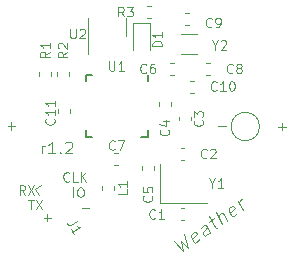
<source format=gbr>
G04 #@! TF.GenerationSoftware,KiCad,Pcbnew,5.1.0-unknown-567bdd9~82~ubuntu18.10.1*
G04 #@! TF.CreationDate,2019-04-01T09:59:20+02:00*
G04 #@! TF.ProjectId,weather,77656174-6865-4722-9e6b-696361645f70,1.2*
G04 #@! TF.SameCoordinates,Original*
G04 #@! TF.FileFunction,Legend,Top*
G04 #@! TF.FilePolarity,Positive*
%FSLAX46Y46*%
G04 Gerber Fmt 4.6, Leading zero omitted, Abs format (unit mm)*
G04 Created by KiCad (PCBNEW 5.1.0-unknown-567bdd9~82~ubuntu18.10.1) date 2019-04-01 09:59:20*
%MOMM*%
%LPD*%
G04 APERTURE LIST*
%ADD10C,0.100000*%
%ADD11C,0.120000*%
%ADD12C,0.150000*%
G04 APERTURE END LIST*
D10*
X103288095Y-78552380D02*
X103288095Y-77885714D01*
X103288095Y-78076190D02*
X103335714Y-77980952D01*
X103383333Y-77933333D01*
X103478571Y-77885714D01*
X103573809Y-77885714D01*
X104430952Y-78552380D02*
X103859523Y-78552380D01*
X104145238Y-78552380D02*
X104145238Y-77552380D01*
X104050000Y-77695238D01*
X103954761Y-77790476D01*
X103859523Y-77838095D01*
X104859523Y-78457142D02*
X104907142Y-78504761D01*
X104859523Y-78552380D01*
X104811904Y-78504761D01*
X104859523Y-78457142D01*
X104859523Y-78552380D01*
X105288095Y-77647619D02*
X105335714Y-77600000D01*
X105430952Y-77552380D01*
X105669047Y-77552380D01*
X105764285Y-77600000D01*
X105811904Y-77647619D01*
X105859523Y-77742857D01*
X105859523Y-77838095D01*
X105811904Y-77980952D01*
X105240476Y-78552380D01*
X105859523Y-78552380D01*
X103445238Y-84007142D02*
X104054761Y-84007142D01*
X103750000Y-84311904D02*
X103750000Y-83702380D01*
X106695238Y-83157142D02*
X107304761Y-83157142D01*
X102140476Y-82461904D02*
X102597619Y-82461904D01*
X102369047Y-83261904D02*
X102369047Y-82461904D01*
X102788095Y-82461904D02*
X103321428Y-83261904D01*
X103321428Y-82461904D02*
X102788095Y-83261904D01*
X101866666Y-82061904D02*
X101600000Y-81680952D01*
X101409523Y-82061904D02*
X101409523Y-81261904D01*
X101714285Y-81261904D01*
X101790476Y-81300000D01*
X101828571Y-81338095D01*
X101866666Y-81414285D01*
X101866666Y-81528571D01*
X101828571Y-81604761D01*
X101790476Y-81642857D01*
X101714285Y-81680952D01*
X101409523Y-81680952D01*
X102133333Y-81261904D02*
X102666666Y-82061904D01*
X102666666Y-81261904D02*
X102133333Y-82061904D01*
X105955952Y-82236904D02*
X105955952Y-81436904D01*
X106489285Y-81436904D02*
X106641666Y-81436904D01*
X106717857Y-81475000D01*
X106794047Y-81551190D01*
X106832142Y-81703571D01*
X106832142Y-81970238D01*
X106794047Y-82122619D01*
X106717857Y-82198809D01*
X106641666Y-82236904D01*
X106489285Y-82236904D01*
X106413095Y-82198809D01*
X106336904Y-82122619D01*
X106298809Y-81970238D01*
X106298809Y-81703571D01*
X106336904Y-81551190D01*
X106413095Y-81475000D01*
X106489285Y-81436904D01*
X105623809Y-80860714D02*
X105585714Y-80898809D01*
X105471428Y-80936904D01*
X105395238Y-80936904D01*
X105280952Y-80898809D01*
X105204761Y-80822619D01*
X105166666Y-80746428D01*
X105128571Y-80594047D01*
X105128571Y-80479761D01*
X105166666Y-80327380D01*
X105204761Y-80251190D01*
X105280952Y-80175000D01*
X105395238Y-80136904D01*
X105471428Y-80136904D01*
X105585714Y-80175000D01*
X105623809Y-80213095D01*
X106347619Y-80936904D02*
X105966666Y-80936904D01*
X105966666Y-80136904D01*
X106614285Y-80936904D02*
X106614285Y-80136904D01*
X107071428Y-80936904D02*
X106728571Y-80479761D01*
X107071428Y-80136904D02*
X106614285Y-80594047D01*
X114489683Y-85933138D02*
X115289146Y-86838278D01*
X115072510Y-85943590D01*
X115663615Y-86576071D01*
X115332240Y-85343174D01*
X116619673Y-85836874D02*
X116552980Y-85953331D01*
X116365745Y-86084435D01*
X116245203Y-86099080D01*
X116144545Y-86030045D01*
X115929148Y-85622800D01*
X115922107Y-85488212D01*
X115988800Y-85371755D01*
X116176034Y-85240652D01*
X116296576Y-85226006D01*
X116397234Y-85295042D01*
X116451084Y-85396853D01*
X116036846Y-85826422D01*
X117535963Y-85265040D02*
X117239791Y-84705077D01*
X117139133Y-84636042D01*
X117018591Y-84650688D01*
X116831356Y-84781791D01*
X116764663Y-84898248D01*
X117509038Y-85214134D02*
X117442345Y-85330591D01*
X117208302Y-85494470D01*
X117087760Y-85509116D01*
X116987102Y-85440081D01*
X116933252Y-85338269D01*
X116926211Y-85203682D01*
X116992904Y-85087225D01*
X117226948Y-84923346D01*
X117293640Y-84806889D01*
X117486678Y-84322930D02*
X117861147Y-84060723D01*
X117438631Y-83868263D02*
X117923275Y-84784565D01*
X118023934Y-84853600D01*
X118144476Y-84838954D01*
X118238093Y-84773403D01*
X118565754Y-84543972D02*
X118000335Y-83474953D01*
X118987032Y-84248990D02*
X118690860Y-83689028D01*
X118590202Y-83619992D01*
X118469660Y-83634638D01*
X118329234Y-83732965D01*
X118262541Y-83849423D01*
X118242657Y-83933104D01*
X119802664Y-83608120D02*
X119735971Y-83724577D01*
X119548736Y-83855680D01*
X119428194Y-83870326D01*
X119327536Y-83801291D01*
X119112138Y-83394045D01*
X119105098Y-83259458D01*
X119171790Y-83143001D01*
X119359025Y-83011898D01*
X119479567Y-82997252D01*
X119580225Y-83066287D01*
X119634075Y-83168099D01*
X119219837Y-83597668D01*
X120297675Y-83331268D02*
X119920729Y-82618588D01*
X120028428Y-82822211D02*
X120021387Y-82687624D01*
X120041271Y-82603942D01*
X120107964Y-82487485D01*
X120201581Y-82421934D01*
X123320238Y-76282142D02*
X123929761Y-76282142D01*
X123625000Y-76586904D02*
X123625000Y-75977380D01*
X100395238Y-76232142D02*
X101004761Y-76232142D01*
X100700000Y-76536904D02*
X100700000Y-75927380D01*
D11*
X107240000Y-70100000D02*
X107240000Y-67100000D01*
X110460000Y-68600000D02*
X110460000Y-67100000D01*
X121725000Y-76275000D02*
G75*
G03X121725000Y-76275000I-1200000J0D01*
G01*
X112512779Y-66090000D02*
X112187221Y-66090000D01*
X112512779Y-67110000D02*
X112187221Y-67110000D01*
X111015000Y-67515000D02*
X111015000Y-69800000D01*
X112485000Y-67515000D02*
X111015000Y-67515000D01*
X112485000Y-69800000D02*
X112485000Y-67515000D01*
X103015148Y-82085148D02*
X102697648Y-81535222D01*
X102697648Y-81535222D02*
X103247574Y-81217722D01*
X115837221Y-73410000D02*
X116162779Y-73410000D01*
X115837221Y-72390000D02*
X116162779Y-72390000D01*
X105660000Y-74837221D02*
X105660000Y-75162779D01*
X104640000Y-74837221D02*
X104640000Y-75162779D01*
X116425000Y-68425000D02*
X115075000Y-68425000D01*
X116425000Y-70175000D02*
X115075000Y-70175000D01*
X113300000Y-79450000D02*
X113300000Y-82750000D01*
X113300000Y-82750000D02*
X117300000Y-82750000D01*
X117562779Y-70890000D02*
X117237221Y-70890000D01*
X117562779Y-71910000D02*
X117237221Y-71910000D01*
X115762779Y-67660000D02*
X115437221Y-67660000D01*
X115762779Y-66640000D02*
X115437221Y-66640000D01*
X104085000Y-72012779D02*
X104085000Y-71687221D01*
X103065000Y-72012779D02*
X103065000Y-71687221D01*
X104565000Y-72012779D02*
X104565000Y-71687221D01*
X105585000Y-72012779D02*
X105585000Y-71687221D01*
X115037221Y-84210000D02*
X115362779Y-84210000D01*
X115037221Y-83190000D02*
X115362779Y-83190000D01*
X115362779Y-79110000D02*
X115037221Y-79110000D01*
X115362779Y-78090000D02*
X115037221Y-78090000D01*
X114890000Y-75762779D02*
X114890000Y-75437221D01*
X115910000Y-75762779D02*
X115910000Y-75437221D01*
X113190000Y-74237221D02*
X113190000Y-74562779D01*
X114210000Y-74237221D02*
X114210000Y-74562779D01*
X112810000Y-79637221D02*
X112810000Y-79962779D01*
X111790000Y-79637221D02*
X111790000Y-79962779D01*
X114137221Y-71910000D02*
X114462779Y-71910000D01*
X114137221Y-70890000D02*
X114462779Y-70890000D01*
X109437221Y-78490000D02*
X109762779Y-78490000D01*
X109437221Y-79510000D02*
X109762779Y-79510000D01*
X108370000Y-81662779D02*
X108370000Y-81337221D01*
X109390000Y-81662779D02*
X109390000Y-81337221D01*
D12*
X112250000Y-77125000D02*
X111725000Y-77125000D01*
X107000000Y-71875000D02*
X107525000Y-71875000D01*
X107000000Y-77125000D02*
X107525000Y-77125000D01*
X112250000Y-71875000D02*
X112250000Y-72400000D01*
X107000000Y-71875000D02*
X107000000Y-72400000D01*
X107000000Y-77125000D02*
X107000000Y-76600000D01*
X112250000Y-77125000D02*
X112250000Y-76600000D01*
D10*
X105690476Y-68011904D02*
X105690476Y-68659523D01*
X105728571Y-68735714D01*
X105766666Y-68773809D01*
X105842857Y-68811904D01*
X105995238Y-68811904D01*
X106071428Y-68773809D01*
X106109523Y-68735714D01*
X106147619Y-68659523D01*
X106147619Y-68011904D01*
X106490476Y-68088095D02*
X106528571Y-68050000D01*
X106604761Y-68011904D01*
X106795238Y-68011904D01*
X106871428Y-68050000D01*
X106909523Y-68088095D01*
X106947619Y-68164285D01*
X106947619Y-68240476D01*
X106909523Y-68354761D01*
X106452380Y-68811904D01*
X106947619Y-68811904D01*
X118245238Y-76257142D02*
X118854761Y-76257142D01*
X110241666Y-66961904D02*
X109975000Y-66580952D01*
X109784523Y-66961904D02*
X109784523Y-66161904D01*
X110089285Y-66161904D01*
X110165476Y-66200000D01*
X110203571Y-66238095D01*
X110241666Y-66314285D01*
X110241666Y-66428571D01*
X110203571Y-66504761D01*
X110165476Y-66542857D01*
X110089285Y-66580952D01*
X109784523Y-66580952D01*
X110508333Y-66161904D02*
X111003571Y-66161904D01*
X110736904Y-66466666D01*
X110851190Y-66466666D01*
X110927380Y-66504761D01*
X110965476Y-66542857D01*
X111003571Y-66619047D01*
X111003571Y-66809523D01*
X110965476Y-66885714D01*
X110927380Y-66923809D01*
X110851190Y-66961904D01*
X110622619Y-66961904D01*
X110546428Y-66923809D01*
X110508333Y-66885714D01*
X113461904Y-69490476D02*
X112661904Y-69490476D01*
X112661904Y-69300000D01*
X112700000Y-69185714D01*
X112776190Y-69109523D01*
X112852380Y-69071428D01*
X113004761Y-69033333D01*
X113119047Y-69033333D01*
X113271428Y-69071428D01*
X113347619Y-69109523D01*
X113423809Y-69185714D01*
X113461904Y-69300000D01*
X113461904Y-69490476D01*
X113461904Y-68271428D02*
X113461904Y-68728571D01*
X113461904Y-68500000D02*
X112661904Y-68500000D01*
X112776190Y-68576190D01*
X112852380Y-68652380D01*
X112890476Y-68728571D01*
X106271068Y-84300012D02*
X105776196Y-84585726D01*
X105658174Y-84609877D01*
X105554096Y-84581990D01*
X105463962Y-84502063D01*
X105425866Y-84436080D01*
X105978247Y-85392832D02*
X105749676Y-84996935D01*
X105863962Y-85194883D02*
X106556782Y-84794883D01*
X106419712Y-84786043D01*
X106315634Y-84758156D01*
X106244548Y-84711220D01*
X118085714Y-73185714D02*
X118047619Y-73223809D01*
X117933333Y-73261904D01*
X117857142Y-73261904D01*
X117742857Y-73223809D01*
X117666666Y-73147619D01*
X117628571Y-73071428D01*
X117590476Y-72919047D01*
X117590476Y-72804761D01*
X117628571Y-72652380D01*
X117666666Y-72576190D01*
X117742857Y-72500000D01*
X117857142Y-72461904D01*
X117933333Y-72461904D01*
X118047619Y-72500000D01*
X118085714Y-72538095D01*
X118847619Y-73261904D02*
X118390476Y-73261904D01*
X118619047Y-73261904D02*
X118619047Y-72461904D01*
X118542857Y-72576190D01*
X118466666Y-72652380D01*
X118390476Y-72690476D01*
X119342857Y-72461904D02*
X119419047Y-72461904D01*
X119495238Y-72500000D01*
X119533333Y-72538095D01*
X119571428Y-72614285D01*
X119609523Y-72766666D01*
X119609523Y-72957142D01*
X119571428Y-73109523D01*
X119533333Y-73185714D01*
X119495238Y-73223809D01*
X119419047Y-73261904D01*
X119342857Y-73261904D01*
X119266666Y-73223809D01*
X119228571Y-73185714D01*
X119190476Y-73109523D01*
X119152380Y-72957142D01*
X119152380Y-72766666D01*
X119190476Y-72614285D01*
X119228571Y-72538095D01*
X119266666Y-72500000D01*
X119342857Y-72461904D01*
X104310714Y-75614285D02*
X104348809Y-75652380D01*
X104386904Y-75766666D01*
X104386904Y-75842857D01*
X104348809Y-75957142D01*
X104272619Y-76033333D01*
X104196428Y-76071428D01*
X104044047Y-76109523D01*
X103929761Y-76109523D01*
X103777380Y-76071428D01*
X103701190Y-76033333D01*
X103625000Y-75957142D01*
X103586904Y-75842857D01*
X103586904Y-75766666D01*
X103625000Y-75652380D01*
X103663095Y-75614285D01*
X104386904Y-74852380D02*
X104386904Y-75309523D01*
X104386904Y-75080952D02*
X103586904Y-75080952D01*
X103701190Y-75157142D01*
X103777380Y-75233333D01*
X103815476Y-75309523D01*
X104386904Y-74090476D02*
X104386904Y-74547619D01*
X104386904Y-74319047D02*
X103586904Y-74319047D01*
X103701190Y-74395238D01*
X103777380Y-74471428D01*
X103815476Y-74547619D01*
X117969047Y-69380952D02*
X117969047Y-69761904D01*
X117702380Y-68961904D02*
X117969047Y-69380952D01*
X118235714Y-68961904D01*
X118464285Y-69038095D02*
X118502380Y-69000000D01*
X118578571Y-68961904D01*
X118769047Y-68961904D01*
X118845238Y-69000000D01*
X118883333Y-69038095D01*
X118921428Y-69114285D01*
X118921428Y-69190476D01*
X118883333Y-69304761D01*
X118426190Y-69761904D01*
X118921428Y-69761904D01*
X117719047Y-81080952D02*
X117719047Y-81461904D01*
X117452380Y-80661904D02*
X117719047Y-81080952D01*
X117985714Y-80661904D01*
X118671428Y-81461904D02*
X118214285Y-81461904D01*
X118442857Y-81461904D02*
X118442857Y-80661904D01*
X118366666Y-80776190D01*
X118290476Y-80852380D01*
X118214285Y-80890476D01*
X119466666Y-71685714D02*
X119428571Y-71723809D01*
X119314285Y-71761904D01*
X119238095Y-71761904D01*
X119123809Y-71723809D01*
X119047619Y-71647619D01*
X119009523Y-71571428D01*
X118971428Y-71419047D01*
X118971428Y-71304761D01*
X119009523Y-71152380D01*
X119047619Y-71076190D01*
X119123809Y-71000000D01*
X119238095Y-70961904D01*
X119314285Y-70961904D01*
X119428571Y-71000000D01*
X119466666Y-71038095D01*
X119923809Y-71304761D02*
X119847619Y-71266666D01*
X119809523Y-71228571D01*
X119771428Y-71152380D01*
X119771428Y-71114285D01*
X119809523Y-71038095D01*
X119847619Y-71000000D01*
X119923809Y-70961904D01*
X120076190Y-70961904D01*
X120152380Y-71000000D01*
X120190476Y-71038095D01*
X120228571Y-71114285D01*
X120228571Y-71152380D01*
X120190476Y-71228571D01*
X120152380Y-71266666D01*
X120076190Y-71304761D01*
X119923809Y-71304761D01*
X119847619Y-71342857D01*
X119809523Y-71380952D01*
X119771428Y-71457142D01*
X119771428Y-71609523D01*
X119809523Y-71685714D01*
X119847619Y-71723809D01*
X119923809Y-71761904D01*
X120076190Y-71761904D01*
X120152380Y-71723809D01*
X120190476Y-71685714D01*
X120228571Y-71609523D01*
X120228571Y-71457142D01*
X120190476Y-71380952D01*
X120152380Y-71342857D01*
X120076190Y-71304761D01*
X117666666Y-67785714D02*
X117628571Y-67823809D01*
X117514285Y-67861904D01*
X117438095Y-67861904D01*
X117323809Y-67823809D01*
X117247619Y-67747619D01*
X117209523Y-67671428D01*
X117171428Y-67519047D01*
X117171428Y-67404761D01*
X117209523Y-67252380D01*
X117247619Y-67176190D01*
X117323809Y-67100000D01*
X117438095Y-67061904D01*
X117514285Y-67061904D01*
X117628571Y-67100000D01*
X117666666Y-67138095D01*
X118047619Y-67861904D02*
X118200000Y-67861904D01*
X118276190Y-67823809D01*
X118314285Y-67785714D01*
X118390476Y-67671428D01*
X118428571Y-67519047D01*
X118428571Y-67214285D01*
X118390476Y-67138095D01*
X118352380Y-67100000D01*
X118276190Y-67061904D01*
X118123809Y-67061904D01*
X118047619Y-67100000D01*
X118009523Y-67138095D01*
X117971428Y-67214285D01*
X117971428Y-67404761D01*
X118009523Y-67480952D01*
X118047619Y-67519047D01*
X118123809Y-67557142D01*
X118276190Y-67557142D01*
X118352380Y-67519047D01*
X118390476Y-67480952D01*
X118428571Y-67404761D01*
X103961904Y-69933333D02*
X103580952Y-70200000D01*
X103961904Y-70390476D02*
X103161904Y-70390476D01*
X103161904Y-70085714D01*
X103200000Y-70009523D01*
X103238095Y-69971428D01*
X103314285Y-69933333D01*
X103428571Y-69933333D01*
X103504761Y-69971428D01*
X103542857Y-70009523D01*
X103580952Y-70085714D01*
X103580952Y-70390476D01*
X103961904Y-69171428D02*
X103961904Y-69628571D01*
X103961904Y-69400000D02*
X103161904Y-69400000D01*
X103276190Y-69476190D01*
X103352380Y-69552380D01*
X103390476Y-69628571D01*
X105461904Y-69958333D02*
X105080952Y-70225000D01*
X105461904Y-70415476D02*
X104661904Y-70415476D01*
X104661904Y-70110714D01*
X104700000Y-70034523D01*
X104738095Y-69996428D01*
X104814285Y-69958333D01*
X104928571Y-69958333D01*
X105004761Y-69996428D01*
X105042857Y-70034523D01*
X105080952Y-70110714D01*
X105080952Y-70415476D01*
X104738095Y-69653571D02*
X104700000Y-69615476D01*
X104661904Y-69539285D01*
X104661904Y-69348809D01*
X104700000Y-69272619D01*
X104738095Y-69234523D01*
X104814285Y-69196428D01*
X104890476Y-69196428D01*
X105004761Y-69234523D01*
X105461904Y-69691666D01*
X105461904Y-69196428D01*
X112891666Y-84010714D02*
X112853571Y-84048809D01*
X112739285Y-84086904D01*
X112663095Y-84086904D01*
X112548809Y-84048809D01*
X112472619Y-83972619D01*
X112434523Y-83896428D01*
X112396428Y-83744047D01*
X112396428Y-83629761D01*
X112434523Y-83477380D01*
X112472619Y-83401190D01*
X112548809Y-83325000D01*
X112663095Y-83286904D01*
X112739285Y-83286904D01*
X112853571Y-83325000D01*
X112891666Y-83363095D01*
X113653571Y-84086904D02*
X113196428Y-84086904D01*
X113425000Y-84086904D02*
X113425000Y-83286904D01*
X113348809Y-83401190D01*
X113272619Y-83477380D01*
X113196428Y-83515476D01*
X117266666Y-78885714D02*
X117228571Y-78923809D01*
X117114285Y-78961904D01*
X117038095Y-78961904D01*
X116923809Y-78923809D01*
X116847619Y-78847619D01*
X116809523Y-78771428D01*
X116771428Y-78619047D01*
X116771428Y-78504761D01*
X116809523Y-78352380D01*
X116847619Y-78276190D01*
X116923809Y-78200000D01*
X117038095Y-78161904D01*
X117114285Y-78161904D01*
X117228571Y-78200000D01*
X117266666Y-78238095D01*
X117571428Y-78238095D02*
X117609523Y-78200000D01*
X117685714Y-78161904D01*
X117876190Y-78161904D01*
X117952380Y-78200000D01*
X117990476Y-78238095D01*
X118028571Y-78314285D01*
X118028571Y-78390476D01*
X117990476Y-78504761D01*
X117533333Y-78961904D01*
X118028571Y-78961904D01*
X116885714Y-75733333D02*
X116923809Y-75771428D01*
X116961904Y-75885714D01*
X116961904Y-75961904D01*
X116923809Y-76076190D01*
X116847619Y-76152380D01*
X116771428Y-76190476D01*
X116619047Y-76228571D01*
X116504761Y-76228571D01*
X116352380Y-76190476D01*
X116276190Y-76152380D01*
X116200000Y-76076190D01*
X116161904Y-75961904D01*
X116161904Y-75885714D01*
X116200000Y-75771428D01*
X116238095Y-75733333D01*
X116161904Y-75466666D02*
X116161904Y-74971428D01*
X116466666Y-75238095D01*
X116466666Y-75123809D01*
X116504761Y-75047619D01*
X116542857Y-75009523D01*
X116619047Y-74971428D01*
X116809523Y-74971428D01*
X116885714Y-75009523D01*
X116923809Y-75047619D01*
X116961904Y-75123809D01*
X116961904Y-75352380D01*
X116923809Y-75428571D01*
X116885714Y-75466666D01*
X113985714Y-76533333D02*
X114023809Y-76571428D01*
X114061904Y-76685714D01*
X114061904Y-76761904D01*
X114023809Y-76876190D01*
X113947619Y-76952380D01*
X113871428Y-76990476D01*
X113719047Y-77028571D01*
X113604761Y-77028571D01*
X113452380Y-76990476D01*
X113376190Y-76952380D01*
X113300000Y-76876190D01*
X113261904Y-76761904D01*
X113261904Y-76685714D01*
X113300000Y-76571428D01*
X113338095Y-76533333D01*
X113528571Y-75847619D02*
X114061904Y-75847619D01*
X113223809Y-76038095D02*
X113795238Y-76228571D01*
X113795238Y-75733333D01*
X112585714Y-82133333D02*
X112623809Y-82171428D01*
X112661904Y-82285714D01*
X112661904Y-82361904D01*
X112623809Y-82476190D01*
X112547619Y-82552380D01*
X112471428Y-82590476D01*
X112319047Y-82628571D01*
X112204761Y-82628571D01*
X112052380Y-82590476D01*
X111976190Y-82552380D01*
X111900000Y-82476190D01*
X111861904Y-82361904D01*
X111861904Y-82285714D01*
X111900000Y-82171428D01*
X111938095Y-82133333D01*
X111861904Y-81409523D02*
X111861904Y-81790476D01*
X112242857Y-81828571D01*
X112204761Y-81790476D01*
X112166666Y-81714285D01*
X112166666Y-81523809D01*
X112204761Y-81447619D01*
X112242857Y-81409523D01*
X112319047Y-81371428D01*
X112509523Y-81371428D01*
X112585714Y-81409523D01*
X112623809Y-81447619D01*
X112661904Y-81523809D01*
X112661904Y-81714285D01*
X112623809Y-81790476D01*
X112585714Y-81828571D01*
X112116666Y-71685714D02*
X112078571Y-71723809D01*
X111964285Y-71761904D01*
X111888095Y-71761904D01*
X111773809Y-71723809D01*
X111697619Y-71647619D01*
X111659523Y-71571428D01*
X111621428Y-71419047D01*
X111621428Y-71304761D01*
X111659523Y-71152380D01*
X111697619Y-71076190D01*
X111773809Y-71000000D01*
X111888095Y-70961904D01*
X111964285Y-70961904D01*
X112078571Y-71000000D01*
X112116666Y-71038095D01*
X112802380Y-70961904D02*
X112650000Y-70961904D01*
X112573809Y-71000000D01*
X112535714Y-71038095D01*
X112459523Y-71152380D01*
X112421428Y-71304761D01*
X112421428Y-71609523D01*
X112459523Y-71685714D01*
X112497619Y-71723809D01*
X112573809Y-71761904D01*
X112726190Y-71761904D01*
X112802380Y-71723809D01*
X112840476Y-71685714D01*
X112878571Y-71609523D01*
X112878571Y-71419047D01*
X112840476Y-71342857D01*
X112802380Y-71304761D01*
X112726190Y-71266666D01*
X112573809Y-71266666D01*
X112497619Y-71304761D01*
X112459523Y-71342857D01*
X112421428Y-71419047D01*
X109466666Y-78185714D02*
X109428571Y-78223809D01*
X109314285Y-78261904D01*
X109238095Y-78261904D01*
X109123809Y-78223809D01*
X109047619Y-78147619D01*
X109009523Y-78071428D01*
X108971428Y-77919047D01*
X108971428Y-77804761D01*
X109009523Y-77652380D01*
X109047619Y-77576190D01*
X109123809Y-77500000D01*
X109238095Y-77461904D01*
X109314285Y-77461904D01*
X109428571Y-77500000D01*
X109466666Y-77538095D01*
X109733333Y-77461904D02*
X110266666Y-77461904D01*
X109923809Y-78261904D01*
X110511904Y-81608333D02*
X110511904Y-81989285D01*
X109711904Y-81989285D01*
X110511904Y-80922619D02*
X110511904Y-81379761D01*
X110511904Y-81151190D02*
X109711904Y-81151190D01*
X109826190Y-81227380D01*
X109902380Y-81303571D01*
X109940476Y-81379761D01*
X108990476Y-70761904D02*
X108990476Y-71409523D01*
X109028571Y-71485714D01*
X109066666Y-71523809D01*
X109142857Y-71561904D01*
X109295238Y-71561904D01*
X109371428Y-71523809D01*
X109409523Y-71485714D01*
X109447619Y-71409523D01*
X109447619Y-70761904D01*
X110247619Y-71561904D02*
X109790476Y-71561904D01*
X110019047Y-71561904D02*
X110019047Y-70761904D01*
X109942857Y-70876190D01*
X109866666Y-70952380D01*
X109790476Y-70990476D01*
M02*

</source>
